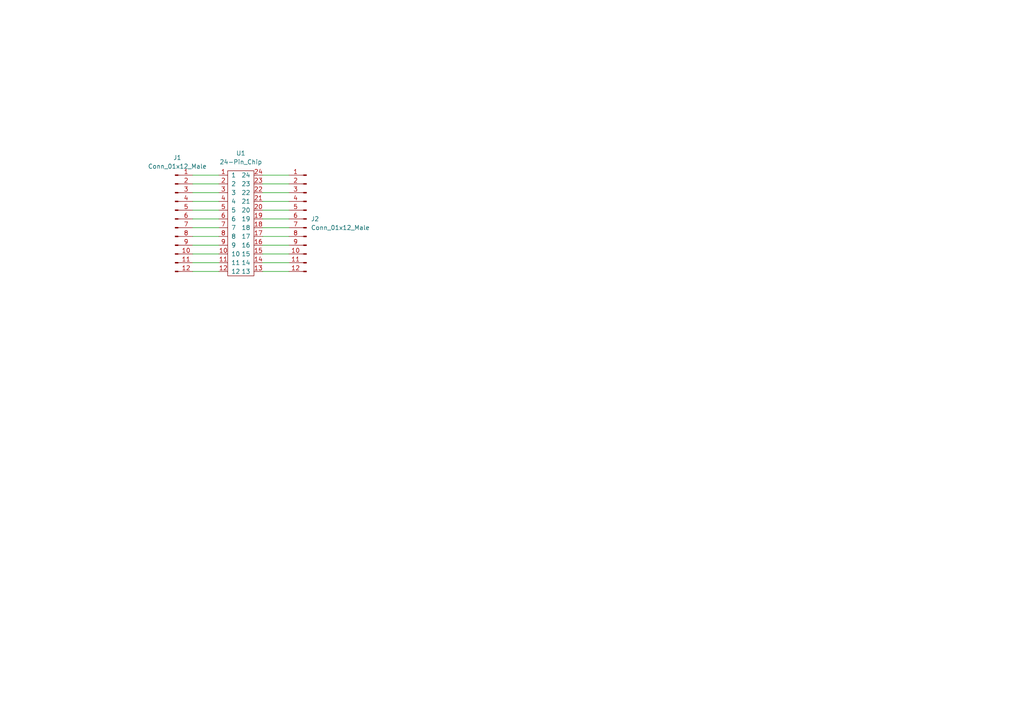
<source format=kicad_sch>
(kicad_sch (version 20211123) (generator eeschema)
  (paper "A4")
  (lib_symbols
    (symbol "Connector:Conn_01x12_Male" (pin_names (offset 1.016) hide)
      (property "Reference" "J" (at 0 15.24 0))
      (property "Value" "Conn_01x12_Male" (at 0 -17.78 0))
      (symbol "Conn_01x12_Male_1_1"
        (polyline (pts (xy 1.27 -15.24) (xy 0.8636 -15.24)) (stroke (width 0.1524)))
        (polyline (pts (xy 1.27 -12.7) (xy 0.8636 -12.7)) (stroke (width 0.1524)))
        (polyline (pts (xy 1.27 -10.16) (xy 0.8636 -10.16)) (stroke (width 0.1524)))
        (polyline (pts (xy 1.27 -7.62) (xy 0.8636 -7.62)) (stroke (width 0.1524)))
        (polyline (pts (xy 1.27 -5.08) (xy 0.8636 -5.08)) (stroke (width 0.1524)))
        (polyline (pts (xy 1.27 -2.54) (xy 0.8636 -2.54)) (stroke (width 0.1524)))
        (polyline (pts (xy 1.27 0) (xy 0.8636 0)) (stroke (width 0.1524)))
        (polyline (pts (xy 1.27 2.54) (xy 0.8636 2.54)) (stroke (width 0.1524)))
        (polyline (pts (xy 1.27 5.08) (xy 0.8636 5.08)) (stroke (width 0.1524)))
        (polyline (pts (xy 1.27 7.62) (xy 0.8636 7.62)) (stroke (width 0.1524)))
        (polyline (pts (xy 1.27 10.16) (xy 0.8636 10.16)) (stroke (width 0.1524)))
        (polyline (pts (xy 1.27 12.7) (xy 0.8636 12.7)) (stroke (width 0.1524)))
        (rectangle (start 0.8636 -15.113) (end 0 -15.367) (stroke (width 0.1524)) (fill (type outline)))
        (rectangle (start 0.8636 -12.573) (end 0 -12.827) (stroke (width 0.1524)) (fill (type outline)))
        (rectangle (start 0.8636 -10.033) (end 0 -10.287) (stroke (width 0.1524)) (fill (type outline)))
        (rectangle (start 0.8636 -7.493) (end 0 -7.747) (stroke (width 0.1524)) (fill (type outline)))
        (rectangle (start 0.8636 -4.953) (end 0 -5.207) (stroke (width 0.1524)) (fill (type outline)))
        (rectangle (start 0.8636 -2.413) (end 0 -2.667) (stroke (width 0.1524)) (fill (type outline)))
        (rectangle (start 0.8636 0.127) (end 0 -0.127) (stroke (width 0.1524)) (fill (type outline)))
        (rectangle (start 0.8636 2.667) (end 0 2.413) (stroke (width 0.1524)) (fill (type outline)))
        (rectangle (start 0.8636 5.207) (end 0 4.953) (stroke (width 0.1524)) (fill (type outline)))
        (rectangle (start 0.8636 7.747) (end 0 7.493) (stroke (width 0.1524)) (fill (type outline)))
        (rectangle (start 0.8636 10.287) (end 0 10.033) (stroke (width 0.1524)) (fill (type outline)))
        (rectangle (start 0.8636 12.827) (end 0 12.573) (stroke (width 0.1524)) (fill (type outline)))
        (pin passive line (at 5.08 12.7 180) (length 3.81) (name "Pin_1") (number "1"))
        (pin passive line (at 5.08 -10.16 180) (length 3.81) (name "Pin_10") (number "10"))
        (pin passive line (at 5.08 -12.7 180) (length 3.81) (name "Pin_11") (number "11"))
        (pin passive line (at 5.08 -15.24 180) (length 3.81) (name "Pin_12") (number "12"))
        (pin passive line (at 5.08 10.16 180) (length 3.81) (name "Pin_2") (number "2"))
        (pin passive line (at 5.08 7.62 180) (length 3.81) (name "Pin_3") (number "3"))
        (pin passive line (at 5.08 5.08 180) (length 3.81) (name "Pin_4") (number "4"))
        (pin passive line (at 5.08 2.54 180) (length 3.81) (name "Pin_5") (number "5"))
        (pin passive line (at 5.08 0 180) (length 3.81) (name "Pin_6") (number "6"))
        (pin passive line (at 5.08 -2.54 180) (length 3.81) (name "Pin_7") (number "7"))
        (pin passive line (at 5.08 -5.08 180) (length 3.81) (name "Pin_8") (number "8"))
        (pin passive line (at 5.08 -7.62 180) (length 3.81) (name "Pin_9") (number "9"))
      )
    )
    (symbol "Dummy Chips:24-Pin_Chip" (pin_names (offset 1.016))
      (property "Reference" "U" (at 0 11.43 0))
      (property "Value" "24-Pin_Chip" (at 0 13.97 0))
      (symbol "24-Pin_Chip_0_1"
        (rectangle (start -3.81 10.16) (end 3.81 -20.32))
      )
      (symbol "24-Pin_Chip_1_1"
        (pin unspecified line (at -6.35 8.89 0) (length 2.54) (name "1") (number "1"))
        (pin unspecified line (at -6.35 -13.97 0) (length 2.54) (name "10") (number "10"))
        (pin unspecified line (at -6.35 -16.51 0) (length 2.54) (name "11") (number "11"))
        (pin unspecified line (at -6.35 -19.05 0) (length 2.54) (name "12") (number "12"))
        (pin unspecified line (at 6.35 -19.05 180) (length 2.54) (name "13") (number "13"))
        (pin unspecified line (at 6.35 -16.51 180) (length 2.54) (name "14") (number "14"))
        (pin unspecified line (at 6.35 -13.97 180) (length 2.54) (name "15") (number "15"))
        (pin unspecified line (at 6.35 -11.43 180) (length 2.54) (name "16") (number "16"))
        (pin unspecified line (at 6.35 -8.89 180) (length 2.54) (name "17") (number "17"))
        (pin unspecified line (at 6.35 -6.35 180) (length 2.54) (name "18") (number "18"))
        (pin unspecified line (at 6.35 -3.81 180) (length 2.54) (name "19") (number "19"))
        (pin unspecified line (at -6.35 6.35 0) (length 2.54) (name "2") (number "2"))
        (pin unspecified line (at 6.35 -1.27 180) (length 2.54) (name "20") (number "20"))
        (pin unspecified line (at 6.35 1.27 180) (length 2.54) (name "21") (number "21"))
        (pin unspecified line (at 6.35 3.81 180) (length 2.54) (name "22") (number "22"))
        (pin unspecified line (at 6.35 6.35 180) (length 2.54) (name "23") (number "23"))
        (pin unspecified line (at 6.35 8.89 180) (length 2.54) (name "24") (number "24"))
        (pin unspecified line (at -6.35 3.81 0) (length 2.54) (name "3") (number "3"))
        (pin unspecified line (at -6.35 1.27 0) (length 2.54) (name "4") (number "4"))
        (pin unspecified line (at -6.35 -1.27 0) (length 2.54) (name "5") (number "5"))
        (pin unspecified line (at -6.35 -3.81 0) (length 2.54) (name "6") (number "6"))
        (pin unspecified line (at -6.35 -6.35 0) (length 2.54) (name "7") (number "7"))
        (pin unspecified line (at -6.35 -8.89 0) (length 2.54) (name "8") (number "8"))
        (pin unspecified line (at -6.35 -11.43 0) (length 2.54) (name "9") (number "9"))
      )
    )
  )
  (wire (pts (xy 76.2 50.8) (xy 83.82 50.8)))
  (wire (pts (xy 76.2 63.5) (xy 83.82 63.5)))
  (wire (pts (xy 55.88 53.34) (xy 63.5 53.34)))
  (wire (pts (xy 76.2 73.66) (xy 83.82 73.66)))
  (wire (pts (xy 76.2 71.12) (xy 83.82 71.12)))
  (wire (pts (xy 76.2 60.96) (xy 83.82 60.96)))
  (wire (pts (xy 55.88 73.66) (xy 63.5 73.66)))
  (wire (pts (xy 76.2 76.2) (xy 83.82 76.2)))
  (wire (pts (xy 55.88 78.74) (xy 63.5 78.74)))
  (wire (pts (xy 55.88 68.58) (xy 63.5 68.58)))
  (wire (pts (xy 55.88 71.12) (xy 63.5 71.12)))
  (wire (pts (xy 76.2 66.04) (xy 83.82 66.04)))
  (wire (pts (xy 55.88 58.42) (xy 63.5 58.42)))
  (wire (pts (xy 76.2 55.88) (xy 83.82 55.88)))
  (wire (pts (xy 55.88 63.5) (xy 63.5 63.5)))
  (wire (pts (xy 76.2 53.34) (xy 83.82 53.34)))
  (wire (pts (xy 76.2 58.42) (xy 83.82 58.42)))
  (wire (pts (xy 55.88 50.8) (xy 63.5 50.8)))
  (wire (pts (xy 76.2 68.58) (xy 83.82 68.58)))
  (wire (pts (xy 55.88 76.2) (xy 63.5 76.2)))
  (wire (pts (xy 55.88 66.04) (xy 63.5 66.04)))
  (wire (pts (xy 55.88 55.88) (xy 63.5 55.88)))
  (wire (pts (xy 55.88 60.96) (xy 63.5 60.96)))
  (wire (pts (xy 76.2 78.74) (xy 83.82 78.74)))
  (symbol (lib_id "Connector:Conn_01x12_Male") (at 88.9 63.5 0) (mirror y) (unit 1)
    (property "Reference" "J2" (at 90.17 63.4999 0) (effects (justify right)))
    (property "Value" "Conn_01x12_Male" (at 90.17 66.0399 0) (effects (justify right)))
    (property "Footprint" "Connector_PinHeader_2.54mm:PinHeader_1x12_P2.54mm_Vertical" (effects hide))
  )
  (symbol (lib_id "Connector:Conn_01x12_Male") (at 50.8 63.5 0) (unit 1)
    (property "Reference" "J1" (at 51.435 45.72 0))
    (property "Value" "Conn_01x12_Male" (at 51.435 48.26 0))
    (property "Footprint" "Connector_PinHeader_2.54mm:PinHeader_1x12_P2.54mm_Vertical" (effects hide))
  )
  (symbol (lib_id "Dummy Chips:24-Pin_Chip") (at 69.85 59.69 0) (unit 1)
    (property "Reference" "U1" (at 69.85 44.45 0))
    (property "Value" "24-Pin_Chip" (at 69.85 46.99 0))
    (property "Footprint" "Package_SO:SOIC-24W_7.5x15.4mm_P1.27mm" (effects hide))
  )
)
</source>
